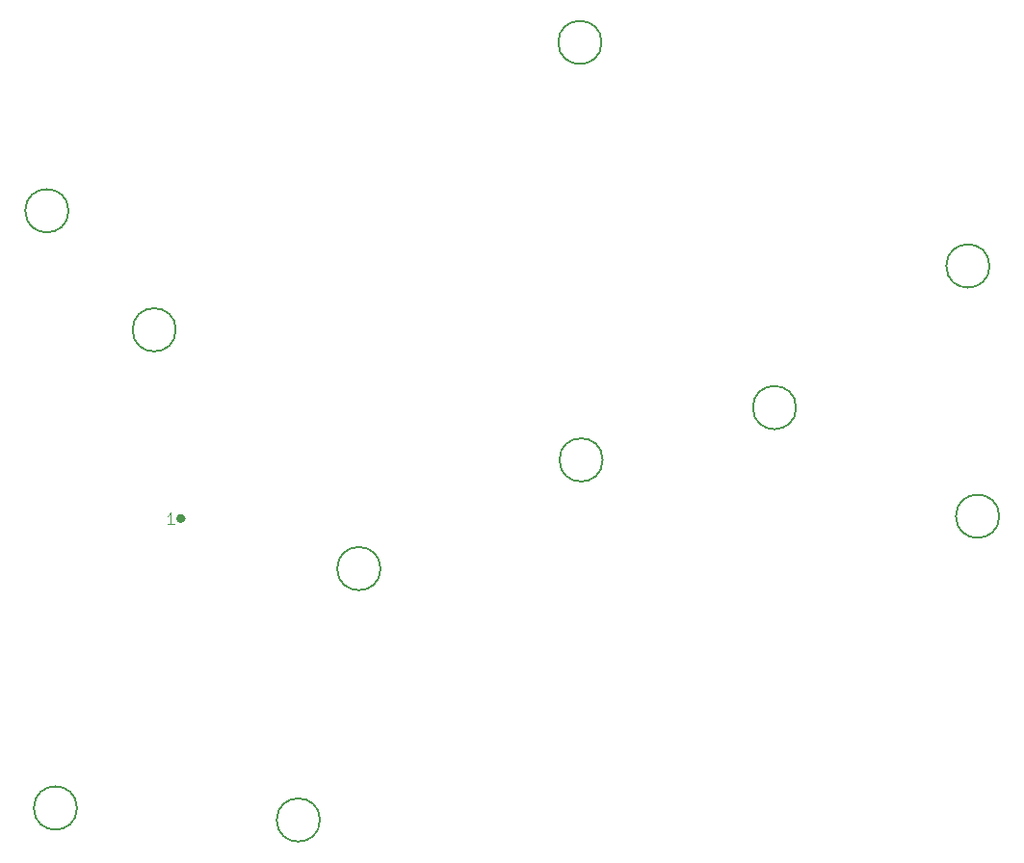
<source format=gbr>
%TF.GenerationSoftware,KiCad,Pcbnew,7.0.2*%
%TF.CreationDate,2024-03-22T10:09:10-05:00*%
%TF.ProjectId,02_capsule5_right,30325f63-6170-4737-956c-65355f726967,v1.0.0*%
%TF.SameCoordinates,Original*%
%TF.FileFunction,Legend,Top*%
%TF.FilePolarity,Positive*%
%FSLAX46Y46*%
G04 Gerber Fmt 4.6, Leading zero omitted, Abs format (unit mm)*
G04 Created by KiCad (PCBNEW 7.0.2) date 2024-03-22 10:09:10*
%MOMM*%
%LPD*%
G01*
G04 APERTURE LIST*
%ADD10C,0.150000*%
%ADD11C,0.100000*%
%ADD12C,0.400000*%
G04 APERTURE END LIST*
D10*
%TO.C,*%
D11*
%TO.C,U3*%
X170591711Y-89283347D02*
X170020283Y-89283347D01*
X170305997Y-89283347D02*
X170305997Y-88283347D01*
X170305997Y-88283347D02*
X170210759Y-88426204D01*
X170210759Y-88426204D02*
X170115521Y-88521442D01*
X170115521Y-88521442D02*
X170020283Y-88569061D01*
D10*
%TO.C,*%
%TO.C,U3*%
X170729807Y-72215728D02*
G75*
G03*
X170729807Y-72215728I-1900000J0D01*
G01*
D12*
X171375000Y-88800000D02*
G75*
G03*
X171375000Y-88800000I-200000J0D01*
G01*
D10*
X188719807Y-93205728D02*
G75*
G03*
X188719807Y-93205728I-1900000J0D01*
G01*
%TO.C,REF\u002A\u002A*%
X243099042Y-88600000D02*
G75*
G03*
X243099042Y-88600000I-1900000J0D01*
G01*
X183399042Y-115300000D02*
G75*
G03*
X183399042Y-115300000I-1900000J0D01*
G01*
X208249042Y-83650000D02*
G75*
G03*
X208249042Y-83650000I-1900000J0D01*
G01*
X208149042Y-46950000D02*
G75*
G03*
X208149042Y-46950000I-1900000J0D01*
G01*
X162049042Y-114250000D02*
G75*
G03*
X162049042Y-114250000I-1900000J0D01*
G01*
X242249042Y-66600000D02*
G75*
G03*
X242249042Y-66600000I-1900000J0D01*
G01*
X161299042Y-61750000D02*
G75*
G03*
X161299042Y-61750000I-1900000J0D01*
G01*
X225249042Y-79050000D02*
G75*
G03*
X225249042Y-79050000I-1900000J0D01*
G01*
X161299042Y-61750000D02*
G75*
G03*
X161299042Y-61750000I-1900000J0D01*
G01*
%TD*%
M02*

</source>
